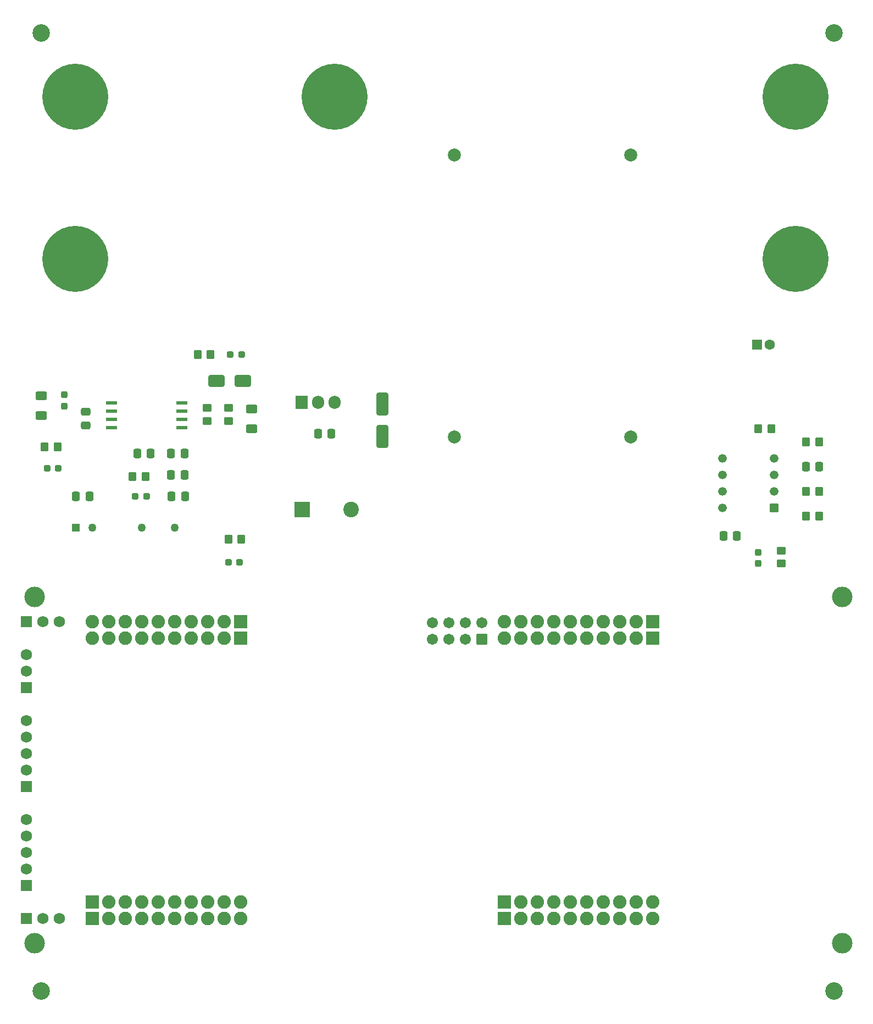
<source format=gbr>
%TF.GenerationSoftware,KiCad,Pcbnew,8.0.7*%
%TF.CreationDate,2025-03-02T22:18:17-05:00*%
%TF.ProjectId,Buck_Converter,4275636b-5f43-46f6-9e76-65727465722e,v0*%
%TF.SameCoordinates,Original*%
%TF.FileFunction,Soldermask,Top*%
%TF.FilePolarity,Negative*%
%FSLAX46Y46*%
G04 Gerber Fmt 4.6, Leading zero omitted, Abs format (unit mm)*
G04 Created by KiCad (PCBNEW 8.0.7) date 2025-03-02 22:18:17*
%MOMM*%
%LPD*%
G01*
G04 APERTURE LIST*
G04 Aperture macros list*
%AMRoundRect*
0 Rectangle with rounded corners*
0 $1 Rounding radius*
0 $2 $3 $4 $5 $6 $7 $8 $9 X,Y pos of 4 corners*
0 Add a 4 corners polygon primitive as box body*
4,1,4,$2,$3,$4,$5,$6,$7,$8,$9,$2,$3,0*
0 Add four circle primitives for the rounded corners*
1,1,$1+$1,$2,$3*
1,1,$1+$1,$4,$5*
1,1,$1+$1,$6,$7*
1,1,$1+$1,$8,$9*
0 Add four rect primitives between the rounded corners*
20,1,$1+$1,$2,$3,$4,$5,0*
20,1,$1+$1,$4,$5,$6,$7,0*
20,1,$1+$1,$6,$7,$8,$9,0*
20,1,$1+$1,$8,$9,$2,$3,0*%
G04 Aperture macros list end*
%ADD10RoundRect,0.237500X-0.287500X-0.237500X0.287500X-0.237500X0.287500X0.237500X-0.287500X0.237500X0*%
%ADD11RoundRect,0.250000X-0.337500X-0.475000X0.337500X-0.475000X0.337500X0.475000X-0.337500X0.475000X0*%
%ADD12RoundRect,0.250000X-1.000000X-0.650000X1.000000X-0.650000X1.000000X0.650000X-1.000000X0.650000X0*%
%ADD13RoundRect,0.250000X0.475000X-0.337500X0.475000X0.337500X-0.475000X0.337500X-0.475000X-0.337500X0*%
%ADD14RoundRect,0.250000X-0.350000X-0.450000X0.350000X-0.450000X0.350000X0.450000X-0.350000X0.450000X0*%
%ADD15C,10.160000*%
%ADD16RoundRect,0.250000X0.350000X0.450000X-0.350000X0.450000X-0.350000X-0.450000X0.350000X-0.450000X0*%
%ADD17RoundRect,0.250000X0.625000X-0.400000X0.625000X0.400000X-0.625000X0.400000X-0.625000X-0.400000X0*%
%ADD18R,1.600000X1.600000*%
%ADD19C,1.600000*%
%ADD20RoundRect,0.250000X0.450000X-0.350000X0.450000X0.350000X-0.450000X0.350000X-0.450000X-0.350000X0*%
%ADD21C,2.000000*%
%ADD22C,2.700000*%
%ADD23C,3.175000*%
%ADD24RoundRect,0.102000X0.939800X0.939800X-0.939800X0.939800X-0.939800X-0.939800X0.939800X-0.939800X0*%
%ADD25C,2.083600*%
%ADD26RoundRect,0.102000X0.762000X0.762000X-0.762000X0.762000X-0.762000X-0.762000X0.762000X-0.762000X0*%
%ADD27C,1.728000*%
%ADD28RoundRect,0.102000X0.750000X0.750000X-0.750000X0.750000X-0.750000X-0.750000X0.750000X-0.750000X0*%
%ADD29C,1.704000*%
%ADD30RoundRect,0.237500X-0.237500X0.300000X-0.237500X-0.300000X0.237500X-0.300000X0.237500X0.300000X0*%
%ADD31RoundRect,0.237500X0.287500X0.237500X-0.287500X0.237500X-0.287500X-0.237500X0.287500X-0.237500X0*%
%ADD32RoundRect,0.250000X0.337500X0.475000X-0.337500X0.475000X-0.337500X-0.475000X0.337500X-0.475000X0*%
%ADD33RoundRect,0.102000X0.565000X0.565000X-0.565000X0.565000X-0.565000X-0.565000X0.565000X-0.565000X0*%
%ADD34C,1.334000*%
%ADD35R,1.905000X2.000000*%
%ADD36O,1.905000X2.000000*%
%ADD37RoundRect,0.250000X0.650000X-1.500000X0.650000X1.500000X-0.650000X1.500000X-0.650000X-1.500000X0*%
%ADD38R,1.270000X1.270000*%
%ADD39C,1.270000*%
%ADD40RoundRect,0.237500X0.237500X-0.287500X0.237500X0.287500X-0.237500X0.287500X-0.237500X-0.287500X0*%
%ADD41R,2.400000X2.400000*%
%ADD42C,2.400000*%
%ADD43R,1.701800X0.558800*%
G04 APERTURE END LIST*
D10*
%TO.C,D3*%
X53989000Y-118110000D03*
X55739000Y-118110000D03*
%TD*%
D11*
%TO.C,C11*%
X45152500Y-104648000D03*
X47227500Y-104648000D03*
%TD*%
D12*
%TO.C,D6*%
X52185200Y-90170000D03*
X56185200Y-90170000D03*
%TD*%
D13*
%TO.C,C8*%
X32004000Y-97049500D03*
X32004000Y-94974500D03*
%TD*%
D14*
%TO.C,R5*%
X39220000Y-104942000D03*
X41220000Y-104942000D03*
%TD*%
D15*
%TO.C,J3*%
X70358000Y-46412000D03*
%TD*%
D16*
%TO.C,R13*%
X51257200Y-86106000D03*
X49257200Y-86106000D03*
%TD*%
D17*
%TO.C,R12*%
X57607200Y-97588000D03*
X57607200Y-94488000D03*
%TD*%
D18*
%TO.C,C5*%
X135442888Y-84582000D03*
D19*
X137442888Y-84582000D03*
%TD*%
D20*
%TO.C,R10*%
X54051200Y-96370000D03*
X54051200Y-94370000D03*
%TD*%
D10*
%TO.C,D2*%
X39637500Y-107998000D03*
X41387500Y-107998000D03*
%TD*%
D21*
%TO.C,L1*%
X88772000Y-98806000D03*
X115952000Y-98806000D03*
%TD*%
D16*
%TO.C,R4*%
X137668000Y-97536000D03*
X135668000Y-97536000D03*
%TD*%
D22*
%TO.C,REF\u002A\u002A*%
X25146000Y-36576000D03*
%TD*%
D10*
%TO.C,D7*%
X54305200Y-86106000D03*
X56055200Y-86106000D03*
%TD*%
D20*
%TO.C,R11*%
X50749200Y-96370000D03*
X50749200Y-94370000D03*
%TD*%
D23*
%TO.C,U2*%
X148590000Y-176784000D03*
X148590000Y-123444000D03*
X24130000Y-176784000D03*
X24130000Y-123444000D03*
D24*
X119380000Y-127254000D03*
D25*
X116840000Y-127254000D03*
X114300000Y-127254000D03*
X111760000Y-127254000D03*
X109220000Y-127254000D03*
X106680000Y-127254000D03*
X104140000Y-127254000D03*
X101600000Y-127254000D03*
X99060000Y-127254000D03*
X96520000Y-127254000D03*
D24*
X96520000Y-172974000D03*
D25*
X99060000Y-172974000D03*
X101600000Y-172974000D03*
X104140000Y-172974000D03*
X106680000Y-172974000D03*
X109220000Y-172974000D03*
X111760000Y-172974000D03*
X114300000Y-172974000D03*
X116840000Y-172974000D03*
X119380000Y-172974000D03*
D24*
X119380000Y-129794000D03*
D25*
X116840000Y-129794000D03*
X114300000Y-129794000D03*
X111760000Y-129794000D03*
X109220000Y-129794000D03*
X106680000Y-129794000D03*
X104140000Y-129794000D03*
X101600000Y-129794000D03*
X99060000Y-129794000D03*
X96520000Y-129794000D03*
D24*
X96520000Y-170434000D03*
D25*
X99060000Y-170434000D03*
X101600000Y-170434000D03*
X104140000Y-170434000D03*
X106680000Y-170434000D03*
X109220000Y-170434000D03*
X111760000Y-170434000D03*
X114300000Y-170434000D03*
X116840000Y-170434000D03*
X119380000Y-170434000D03*
D24*
X55880000Y-127254000D03*
D25*
X53340000Y-127254000D03*
X50800000Y-127254000D03*
X48260000Y-127254000D03*
X45720000Y-127254000D03*
X43180000Y-127254000D03*
X40640000Y-127254000D03*
X38100000Y-127254000D03*
X35560000Y-127254000D03*
X33020000Y-127254000D03*
D24*
X33020000Y-172974000D03*
D25*
X35560000Y-172974000D03*
X38100000Y-172974000D03*
X40640000Y-172974000D03*
X43180000Y-172974000D03*
X45720000Y-172974000D03*
X48260000Y-172974000D03*
X50800000Y-172974000D03*
X53340000Y-172974000D03*
X55880000Y-172974000D03*
D24*
X55880000Y-129794000D03*
D25*
X53340000Y-129794000D03*
X50800000Y-129794000D03*
X48260000Y-129794000D03*
X45720000Y-129794000D03*
X43180000Y-129794000D03*
X40640000Y-129794000D03*
X38100000Y-129794000D03*
X35560000Y-129794000D03*
X33020000Y-129794000D03*
D24*
X33020000Y-170434000D03*
D25*
X35560000Y-170434000D03*
X38100000Y-170434000D03*
X40640000Y-170434000D03*
X43180000Y-170434000D03*
X45720000Y-170434000D03*
X48260000Y-170434000D03*
X50800000Y-170434000D03*
X53340000Y-170434000D03*
X55880000Y-170434000D03*
D26*
X22860000Y-172974000D03*
D27*
X25400000Y-172974000D03*
X27940000Y-172974000D03*
D26*
X22860000Y-137414000D03*
D27*
X22860000Y-134874000D03*
X22860000Y-132334000D03*
D26*
X22860000Y-167894000D03*
D27*
X22860000Y-165354000D03*
X22860000Y-162814000D03*
X22860000Y-160274000D03*
X22860000Y-157734000D03*
D26*
X22860000Y-152654000D03*
D27*
X22860000Y-150114000D03*
X22860000Y-147574000D03*
X22860000Y-145034000D03*
X22860000Y-142494000D03*
D26*
X22860000Y-127254000D03*
D27*
X25400000Y-127254000D03*
X27940000Y-127254000D03*
D28*
X93036000Y-130028000D03*
D29*
X93036000Y-127488000D03*
X90496000Y-130028000D03*
X90496000Y-127488000D03*
X87956000Y-130028000D03*
X87956000Y-127488000D03*
X85416000Y-130028000D03*
X85416000Y-127488000D03*
%TD*%
D30*
%TO.C,C9*%
X28702000Y-92355500D03*
X28702000Y-94080500D03*
%TD*%
D21*
%TO.C,L2*%
X88772000Y-55372000D03*
X115952000Y-55372000D03*
%TD*%
D11*
%TO.C,C10*%
X45132500Y-101346000D03*
X47207500Y-101346000D03*
%TD*%
D31*
%TO.C,D5*%
X27783000Y-103632000D03*
X26033000Y-103632000D03*
%TD*%
D16*
%TO.C,R2*%
X145018000Y-110998000D03*
X143018000Y-110998000D03*
%TD*%
D32*
%TO.C,C7*%
X42001500Y-101346000D03*
X39926500Y-101346000D03*
%TD*%
D22*
%TO.C,REF\u002A\u002A*%
X147320000Y-36576000D03*
%TD*%
D11*
%TO.C,C4*%
X67796500Y-98298000D03*
X69871500Y-98298000D03*
%TD*%
D22*
%TO.C,REF\u002A\u002A*%
X25146000Y-184150000D03*
%TD*%
D16*
%TO.C,R1*%
X145018000Y-107188000D03*
X143018000Y-107188000D03*
%TD*%
D22*
%TO.C,REF\u002A\u002A*%
X147320000Y-184150000D03*
%TD*%
D33*
%TO.C,U1*%
X138082000Y-109728000D03*
D34*
X138082000Y-107188000D03*
X138082000Y-104648000D03*
X138082000Y-102108000D03*
X130142000Y-102108000D03*
X130142000Y-104648000D03*
X130142000Y-107188000D03*
X130142000Y-109728000D03*
%TD*%
D11*
%TO.C,C12*%
X45239000Y-107950000D03*
X47314000Y-107950000D03*
%TD*%
D35*
%TO.C,Q1*%
X65278000Y-93472000D03*
D36*
X67818000Y-93472000D03*
X70358000Y-93472000D03*
%TD*%
D16*
%TO.C,R3*%
X145002000Y-99568000D03*
X143002000Y-99568000D03*
%TD*%
D17*
%TO.C,R9*%
X25146000Y-95556000D03*
X25146000Y-92456000D03*
%TD*%
D20*
%TO.C,R7*%
X139192000Y-118332000D03*
X139192000Y-116332000D03*
%TD*%
D37*
%TO.C,D1*%
X77724000Y-98766000D03*
X77724000Y-93766000D03*
%TD*%
D38*
%TO.C,U4*%
X30480000Y-112776000D03*
D39*
X33020000Y-112776000D03*
X40640000Y-112776000D03*
X45720000Y-112776000D03*
%TD*%
D15*
%TO.C,J4*%
X141428000Y-46412000D03*
%TD*%
%TO.C,J1*%
X30428000Y-46412000D03*
%TD*%
D11*
%TO.C,C6*%
X30507000Y-107950000D03*
X32582000Y-107950000D03*
%TD*%
D15*
%TO.C,J5*%
X30428000Y-71412000D03*
%TD*%
D16*
%TO.C,R8*%
X27670000Y-100330000D03*
X25670000Y-100330000D03*
%TD*%
D40*
%TO.C,D4*%
X135636000Y-118345000D03*
X135636000Y-116595000D03*
%TD*%
D41*
%TO.C,C3*%
X65398000Y-109982000D03*
D42*
X72898000Y-109982000D03*
%TD*%
D14*
%TO.C,R6*%
X53977000Y-114554000D03*
X55977000Y-114554000D03*
%TD*%
D15*
%TO.C,J2*%
X141428000Y-71412000D03*
%TD*%
D11*
%TO.C,C1*%
X142959000Y-103378000D03*
X145034000Y-103378000D03*
%TD*%
%TO.C,C2*%
X130259000Y-114046000D03*
X132334000Y-114046000D03*
%TD*%
D43*
%TO.C,U3*%
X36017200Y-93599000D03*
X36017200Y-94869000D03*
X36017200Y-96139000D03*
X36017200Y-97409000D03*
X46786800Y-97409000D03*
X46786800Y-96139000D03*
X46786800Y-94869000D03*
X46786800Y-93599000D03*
%TD*%
M02*

</source>
